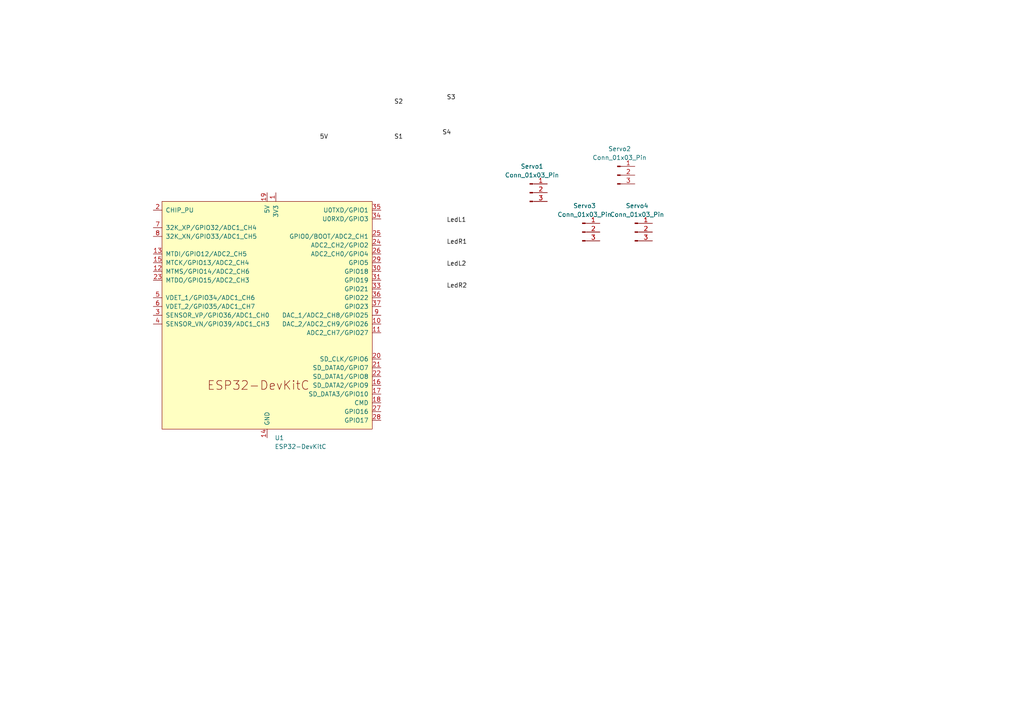
<source format=kicad_sch>
(kicad_sch (version 20230121) (generator eeschema)
  (paper "A4")
  (lib_symbols
    (symbol "Connector:Conn_01x03_Pin" (pin_names (offset 1.016) hide)
      (property "Reference" "J" (at 0 5.08 0))
      (property "Value" "Conn_01x03_Pin" (at 0 -5.08 0))
      (symbol "Conn_01x03_Pin_1_1"
        (polyline (pts (xy 1.27 -2.54) (xy 0.8636 -2.54)) (stroke (width 0.1524)))
        (polyline (pts (xy 1.27 0) (xy 0.8636 0)) (stroke (width 0.1524)))
        (polyline (pts (xy 1.27 2.54) (xy 0.8636 2.54)) (stroke (width 0.1524)))
        (rectangle (start 0.8636 -2.413) (end 0 -2.667) (stroke (width 0.1524)) (fill (type outline)))
        (rectangle (start 0.8636 0.127) (end 0 -0.127) (stroke (width 0.1524)) (fill (type outline)))
        (rectangle (start 0.8636 2.667) (end 0 2.413) (stroke (width 0.1524)) (fill (type outline)))
        (pin passive line (at 5.08 2.54 180) (length 3.81) (name "Pin_1") (number "1"))
        (pin passive line (at 5.08 0 180) (length 3.81) (name "Pin_2") (number "2"))
        (pin passive line (at 5.08 -2.54 180) (length 3.81) (name "Pin_3") (number "3"))
      )
    )
    (symbol "PCM_Espressif:ESP32-DevKitC" (pin_names (offset 1.016))
      (property "Reference" "U" (at -30.48 38.1 0))
      (property "Value" "ESP32-DevKitC" (at -30.48 35.56 0))
      (symbol "ESP32-DevKitC_0_0"
        (text "ESP32-DevKitC" (at -2.54 -20.32 0) (effects (font (size 2.54 2.54))))
        (pin power_in line (at 0 -35.56 90) (length 2.54) (name "GND") (number "14"))
        (pin power_in line (at 0 35.56 270) (length 2.54) (name "5V") (number "19"))
      )
      (symbol "ESP32-DevKitC_0_1"
        (rectangle (start -30.48 33.02) (end 30.48 -33.02) (fill (type background)))
      )
      (symbol "ESP32-DevKitC_1_1"
        (pin power_in line (at 2.54 35.56 270) (length 2.54) (name "3V3") (number "1"))
        (pin bidirectional line (at 33.02 -2.54 180) (length 2.54) (name "DAC_2/ADC2_CH9/GPIO26") (number "10"))
        (pin bidirectional line (at 33.02 -5.08 180) (length 2.54) (name "ADC2_CH7/GPIO27") (number "11"))
        (pin bidirectional line (at -33.02 12.7 0) (length 2.54) (name "MTMS/GPIO14/ADC2_CH6") (number "12"))
        (pin bidirectional line (at -33.02 17.78 0) (length 2.54) (name "MTDI/GPIO12/ADC2_CH5") (number "13"))
        (pin bidirectional line (at -33.02 15.24 0) (length 2.54) (name "MTCK/GPIO13/ADC2_CH4") (number "15"))
        (pin bidirectional line (at 33.02 -20.32 180) (length 2.54) (name "SD_DATA2/GPIO9") (number "16"))
        (pin bidirectional line (at 33.02 -22.86 180) (length 2.54) (name "SD_DATA3/GPIO10") (number "17"))
        (pin bidirectional line (at 33.02 -25.4 180) (length 2.54) (name "CMD") (number "18"))
        (pin input line (at -33.02 30.48 0) (length 2.54) (name "CHIP_PU") (number "2"))
        (pin bidirectional line (at 33.02 -12.7 180) (length 2.54) (name "SD_CLK/GPIO6") (number "20"))
        (pin bidirectional line (at 33.02 -15.24 180) (length 2.54) (name "SD_DATA0/GPIO7") (number "21"))
        (pin bidirectional line (at 33.02 -17.78 180) (length 2.54) (name "SD_DATA1/GPIO8") (number "22"))
        (pin bidirectional line (at -33.02 10.16 0) (length 2.54) (name "MTDO/GPIO15/ADC2_CH3") (number "23"))
        (pin bidirectional line (at 33.02 20.32 180) (length 2.54) (name "ADC2_CH2/GPIO2") (number "24"))
        (pin bidirectional line (at 33.02 22.86 180) (length 2.54) (name "GPIO0/BOOT/ADC2_CH1") (number "25"))
        (pin bidirectional line (at 33.02 17.78 180) (length 2.54) (name "ADC2_CH0/GPIO4") (number "26"))
        (pin bidirectional line (at 33.02 -27.94 180) (length 2.54) (name "GPIO16") (number "27"))
        (pin bidirectional line (at 33.02 -30.48 180) (length 2.54) (name "GPIO17") (number "28"))
        (pin bidirectional line (at 33.02 15.24 180) (length 2.54) (name "GPIO5") (number "29"))
        (pin input line (at -33.02 0 0) (length 2.54) (name "SENSOR_VP/GPIO36/ADC1_CH0") (number "3"))
        (pin bidirectional line (at 33.02 12.7 180) (length 2.54) (name "GPIO18") (number "30"))
        (pin bidirectional line (at 33.02 10.16 180) (length 2.54) (name "GPIO19") (number "31"))
        (pin passive line (at 0 -35.56 90) (length 2.54) hide (name "GND") (number "32"))
        (pin bidirectional line (at 33.02 7.62 180) (length 2.54) (name "GPIO21") (number "33"))
        (pin bidirectional line (at 33.02 27.94 180) (length 2.54) (name "U0RXD/GPIO3") (number "34"))
        (pin bidirectional line (at 33.02 30.48 180) (length 2.54) (name "U0TXD/GPIO1") (number "35"))
        (pin bidirectional line (at 33.02 5.08 180) (length 2.54) (name "GPIO22") (number "36"))
        (pin bidirectional line (at 33.02 2.54 180) (length 2.54) (name "GPIO23") (number "37"))
        (pin passive line (at 0 -35.56 90) (length 2.54) hide (name "GND") (number "38"))
        (pin input line (at -33.02 -2.54 0) (length 2.54) (name "SENSOR_VN/GPIO39/ADC1_CH3") (number "4"))
        (pin input line (at -33.02 5.08 0) (length 2.54) (name "VDET_1/GPIO34/ADC1_CH6") (number "5"))
        (pin input line (at -33.02 2.54 0) (length 2.54) (name "VDET_2/GPIO35/ADC1_CH7") (number "6"))
        (pin bidirectional line (at -33.02 25.4 0) (length 2.54) (name "32K_XP/GPIO32/ADC1_CH4") (number "7"))
        (pin bidirectional line (at -33.02 22.86 0) (length 2.54) (name "32K_XN/GPIO33/ADC1_CH5") (number "8"))
        (pin bidirectional line (at 33.02 0 180) (length 2.54) (name "DAC_1/ADC2_CH8/GPIO25") (number "9"))
      )
    )
  )
  (label "S4" (at 128.27 39.37 0))
  (label "S1" (at 114.3 40.64 0))
  (label "LedR1" (at 129.54 71.12 0))
  (label "LedR2" (at 129.54 83.82 0))
  (label "LedL2" (at 129.54 77.47 0))
  (label "S2" (at 114.3 30.48 0))
  (label "LedL1" (at 129.54 64.77 0))
  (label "5V" (at 92.71 40.64 0))
  (label "S3" (at 129.54 29.21 0))
  (symbol (lib_id "PCM_Espressif:ESP32-DevKitC") (at 77.47 91.44 0) (unit 1)
    (property "Reference" "U1" (at 79.6641 127 0) (effects (justify left)))
    (property "Value" "ESP32-DevKitC" (at 79.6641 129.54 0) (effects (justify left)))
    (property "Footprint" "PCM_Espressif:ESP32-DevKitC" (effects hide))
    (property "Datasheet" "https://docs.espressif.com/projects/esp-idf/zh_CN/latest/esp32/hw-reference/esp32/get-started-devkitc.html" (effects hide))
  )
  (symbol (lib_id "Connector:Conn_01x03_Pin") (at 168.91 67.31 0) (unit 1)
    (property "Reference" "Servo3" (at 169.545 59.69 0))
    (property "Value" "Conn_01x03_Pin" (at 169.545 62.23 0))
    (property "Footprint" "Connector_PinHeader_2.54mm:PinHeader_1x03_P2.54mm_Vertical" (effects hide))
  )
  (symbol (lib_id "Connector:Conn_01x03_Pin") (at 184.15 67.31 0) (unit 1)
    (property "Reference" "Servo4" (at 184.785 59.69 0))
    (property "Value" "Conn_01x03_Pin" (at 184.785 62.23 0))
    (property "Footprint" "Connector_PinHeader_2.54mm:PinHeader_1x03_P2.54mm_Vertical" (effects hide))
  )
  (symbol (lib_id "Connector:Conn_01x03_Pin") (at 179.07 50.8 0) (unit 1)
    (property "Reference" "Servo2" (at 179.705 43.18 0))
    (property "Value" "Conn_01x03_Pin" (at 179.705 45.72 0))
    (property "Footprint" "Connector_PinHeader_2.54mm:PinHeader_1x03_P2.54mm_Vertical" (effects hide))
  )
  (symbol (lib_id "Connector:Conn_01x03_Pin") (at 153.67 55.88 0) (unit 1)
    (property "Reference" "Servo1" (at 154.305 48.26 0))
    (property "Value" "Conn_01x03_Pin" (at 154.305 50.8 0))
    (property "Footprint" "Connector_PinHeader_2.54mm:PinHeader_1x03_P2.54mm_Vertical" (effects hide))
  )
)
</source>
